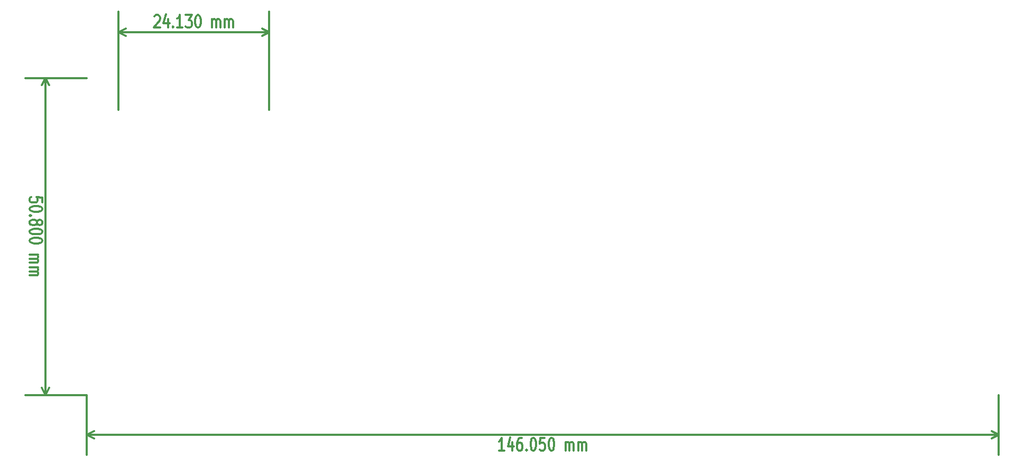
<source format=gbr>
G04 #@! TF.FileFunction,Drawing*
%FSLAX46Y46*%
G04 Gerber Fmt 4.6, Leading zero omitted, Abs format (unit mm)*
G04 Created by KiCad (PCBNEW 4.0.5+dfsg1-4) date Sun Dec 29 19:25:46 2019*
%MOMM*%
%LPD*%
G01*
G04 APERTURE LIST*
%ADD10C,0.100000*%
%ADD11C,0.304800*%
G04 APERTURE END LIST*
D10*
D11*
X67981285Y-44699162D02*
X68053856Y-44602400D01*
X68198999Y-44505638D01*
X68561856Y-44505638D01*
X68706999Y-44602400D01*
X68779570Y-44699162D01*
X68852142Y-44892686D01*
X68852142Y-45086210D01*
X68779570Y-45376495D01*
X67908713Y-46537638D01*
X68852142Y-46537638D01*
X70158428Y-45182971D02*
X70158428Y-46537638D01*
X69795571Y-44408876D02*
X69432714Y-45860305D01*
X70376142Y-45860305D01*
X70956714Y-46344114D02*
X71029286Y-46440876D01*
X70956714Y-46537638D01*
X70884143Y-46440876D01*
X70956714Y-46344114D01*
X70956714Y-46537638D01*
X72480714Y-46537638D02*
X71609857Y-46537638D01*
X72045285Y-46537638D02*
X72045285Y-44505638D01*
X71900142Y-44795924D01*
X71755000Y-44989448D01*
X71609857Y-45086210D01*
X72988714Y-44505638D02*
X73932143Y-44505638D01*
X73424143Y-45279733D01*
X73641857Y-45279733D01*
X73787000Y-45376495D01*
X73859571Y-45473257D01*
X73932143Y-45666781D01*
X73932143Y-46150590D01*
X73859571Y-46344114D01*
X73787000Y-46440876D01*
X73641857Y-46537638D01*
X73206429Y-46537638D01*
X73061286Y-46440876D01*
X72988714Y-46344114D01*
X74875572Y-44505638D02*
X75020715Y-44505638D01*
X75165858Y-44602400D01*
X75238429Y-44699162D01*
X75311000Y-44892686D01*
X75383572Y-45279733D01*
X75383572Y-45763543D01*
X75311000Y-46150590D01*
X75238429Y-46344114D01*
X75165858Y-46440876D01*
X75020715Y-46537638D01*
X74875572Y-46537638D01*
X74730429Y-46440876D01*
X74657858Y-46344114D01*
X74585286Y-46150590D01*
X74512715Y-45763543D01*
X74512715Y-45279733D01*
X74585286Y-44892686D01*
X74657858Y-44699162D01*
X74730429Y-44602400D01*
X74875572Y-44505638D01*
X77197858Y-46537638D02*
X77197858Y-45182971D01*
X77197858Y-45376495D02*
X77270430Y-45279733D01*
X77415572Y-45182971D01*
X77633287Y-45182971D01*
X77778430Y-45279733D01*
X77851001Y-45473257D01*
X77851001Y-46537638D01*
X77851001Y-45473257D02*
X77923572Y-45279733D01*
X78068715Y-45182971D01*
X78286430Y-45182971D01*
X78431572Y-45279733D01*
X78504144Y-45473257D01*
X78504144Y-46537638D01*
X79229858Y-46537638D02*
X79229858Y-45182971D01*
X79229858Y-45376495D02*
X79302430Y-45279733D01*
X79447572Y-45182971D01*
X79665287Y-45182971D01*
X79810430Y-45279733D01*
X79883001Y-45473257D01*
X79883001Y-46537638D01*
X79883001Y-45473257D02*
X79955572Y-45279733D01*
X80100715Y-45182971D01*
X80318430Y-45182971D01*
X80463572Y-45279733D01*
X80536144Y-45473257D01*
X80536144Y-46537638D01*
X62230000Y-47244000D02*
X86360000Y-47244000D01*
X62230000Y-59690000D02*
X62230000Y-43992800D01*
X86360000Y-59690000D02*
X86360000Y-43992800D01*
X86360000Y-47244000D02*
X85233496Y-47830421D01*
X86360000Y-47244000D02*
X85233496Y-46657579D01*
X62230000Y-47244000D02*
X63356504Y-47830421D01*
X62230000Y-47244000D02*
X63356504Y-46657579D01*
X124006428Y-114304838D02*
X123135571Y-114304838D01*
X123570999Y-114304838D02*
X123570999Y-112272838D01*
X123425856Y-112563124D01*
X123280714Y-112756648D01*
X123135571Y-112853410D01*
X125312714Y-112950171D02*
X125312714Y-114304838D01*
X124949857Y-112176076D02*
X124587000Y-113627505D01*
X125530428Y-113627505D01*
X126764143Y-112272838D02*
X126473857Y-112272838D01*
X126328714Y-112369600D01*
X126256143Y-112466362D01*
X126111000Y-112756648D01*
X126038429Y-113143695D01*
X126038429Y-113917790D01*
X126111000Y-114111314D01*
X126183572Y-114208076D01*
X126328714Y-114304838D01*
X126619000Y-114304838D01*
X126764143Y-114208076D01*
X126836714Y-114111314D01*
X126909286Y-113917790D01*
X126909286Y-113433981D01*
X126836714Y-113240457D01*
X126764143Y-113143695D01*
X126619000Y-113046933D01*
X126328714Y-113046933D01*
X126183572Y-113143695D01*
X126111000Y-113240457D01*
X126038429Y-113433981D01*
X127562429Y-114111314D02*
X127635001Y-114208076D01*
X127562429Y-114304838D01*
X127489858Y-114208076D01*
X127562429Y-114111314D01*
X127562429Y-114304838D01*
X128578429Y-112272838D02*
X128723572Y-112272838D01*
X128868715Y-112369600D01*
X128941286Y-112466362D01*
X129013857Y-112659886D01*
X129086429Y-113046933D01*
X129086429Y-113530743D01*
X129013857Y-113917790D01*
X128941286Y-114111314D01*
X128868715Y-114208076D01*
X128723572Y-114304838D01*
X128578429Y-114304838D01*
X128433286Y-114208076D01*
X128360715Y-114111314D01*
X128288143Y-113917790D01*
X128215572Y-113530743D01*
X128215572Y-113046933D01*
X128288143Y-112659886D01*
X128360715Y-112466362D01*
X128433286Y-112369600D01*
X128578429Y-112272838D01*
X130465286Y-112272838D02*
X129739572Y-112272838D01*
X129667001Y-113240457D01*
X129739572Y-113143695D01*
X129884715Y-113046933D01*
X130247572Y-113046933D01*
X130392715Y-113143695D01*
X130465286Y-113240457D01*
X130537858Y-113433981D01*
X130537858Y-113917790D01*
X130465286Y-114111314D01*
X130392715Y-114208076D01*
X130247572Y-114304838D01*
X129884715Y-114304838D01*
X129739572Y-114208076D01*
X129667001Y-114111314D01*
X131481287Y-112272838D02*
X131626430Y-112272838D01*
X131771573Y-112369600D01*
X131844144Y-112466362D01*
X131916715Y-112659886D01*
X131989287Y-113046933D01*
X131989287Y-113530743D01*
X131916715Y-113917790D01*
X131844144Y-114111314D01*
X131771573Y-114208076D01*
X131626430Y-114304838D01*
X131481287Y-114304838D01*
X131336144Y-114208076D01*
X131263573Y-114111314D01*
X131191001Y-113917790D01*
X131118430Y-113530743D01*
X131118430Y-113046933D01*
X131191001Y-112659886D01*
X131263573Y-112466362D01*
X131336144Y-112369600D01*
X131481287Y-112272838D01*
X133803573Y-114304838D02*
X133803573Y-112950171D01*
X133803573Y-113143695D02*
X133876145Y-113046933D01*
X134021287Y-112950171D01*
X134239002Y-112950171D01*
X134384145Y-113046933D01*
X134456716Y-113240457D01*
X134456716Y-114304838D01*
X134456716Y-113240457D02*
X134529287Y-113046933D01*
X134674430Y-112950171D01*
X134892145Y-112950171D01*
X135037287Y-113046933D01*
X135109859Y-113240457D01*
X135109859Y-114304838D01*
X135835573Y-114304838D02*
X135835573Y-112950171D01*
X135835573Y-113143695D02*
X135908145Y-113046933D01*
X136053287Y-112950171D01*
X136271002Y-112950171D01*
X136416145Y-113046933D01*
X136488716Y-113240457D01*
X136488716Y-114304838D01*
X136488716Y-113240457D02*
X136561287Y-113046933D01*
X136706430Y-112950171D01*
X136924145Y-112950171D01*
X137069287Y-113046933D01*
X137141859Y-113240457D01*
X137141859Y-114304838D01*
X57150000Y-111760000D02*
X203200000Y-111760000D01*
X57150000Y-105410000D02*
X57150000Y-115011200D01*
X203200000Y-105410000D02*
X203200000Y-115011200D01*
X203200000Y-111760000D02*
X202073496Y-112346421D01*
X203200000Y-111760000D02*
X202073496Y-111173579D01*
X57150000Y-111760000D02*
X58276504Y-112346421D01*
X57150000Y-111760000D02*
X58276504Y-111173579D01*
X50033162Y-74494570D02*
X50033162Y-73768856D01*
X49065543Y-73696285D01*
X49162305Y-73768856D01*
X49259067Y-73913999D01*
X49259067Y-74276856D01*
X49162305Y-74421999D01*
X49065543Y-74494570D01*
X48872019Y-74567142D01*
X48388210Y-74567142D01*
X48194686Y-74494570D01*
X48097924Y-74421999D01*
X48001162Y-74276856D01*
X48001162Y-73913999D01*
X48097924Y-73768856D01*
X48194686Y-73696285D01*
X50033162Y-75510571D02*
X50033162Y-75655714D01*
X49936400Y-75800857D01*
X49839638Y-75873428D01*
X49646114Y-75945999D01*
X49259067Y-76018571D01*
X48775257Y-76018571D01*
X48388210Y-75945999D01*
X48194686Y-75873428D01*
X48097924Y-75800857D01*
X48001162Y-75655714D01*
X48001162Y-75510571D01*
X48097924Y-75365428D01*
X48194686Y-75292857D01*
X48388210Y-75220285D01*
X48775257Y-75147714D01*
X49259067Y-75147714D01*
X49646114Y-75220285D01*
X49839638Y-75292857D01*
X49936400Y-75365428D01*
X50033162Y-75510571D01*
X48194686Y-76671714D02*
X48097924Y-76744286D01*
X48001162Y-76671714D01*
X48097924Y-76599143D01*
X48194686Y-76671714D01*
X48001162Y-76671714D01*
X49162305Y-77615142D02*
X49259067Y-77470000D01*
X49355829Y-77397428D01*
X49549352Y-77324857D01*
X49646114Y-77324857D01*
X49839638Y-77397428D01*
X49936400Y-77470000D01*
X50033162Y-77615142D01*
X50033162Y-77905428D01*
X49936400Y-78050571D01*
X49839638Y-78123142D01*
X49646114Y-78195714D01*
X49549352Y-78195714D01*
X49355829Y-78123142D01*
X49259067Y-78050571D01*
X49162305Y-77905428D01*
X49162305Y-77615142D01*
X49065543Y-77470000D01*
X48968781Y-77397428D01*
X48775257Y-77324857D01*
X48388210Y-77324857D01*
X48194686Y-77397428D01*
X48097924Y-77470000D01*
X48001162Y-77615142D01*
X48001162Y-77905428D01*
X48097924Y-78050571D01*
X48194686Y-78123142D01*
X48388210Y-78195714D01*
X48775257Y-78195714D01*
X48968781Y-78123142D01*
X49065543Y-78050571D01*
X49162305Y-77905428D01*
X50033162Y-79139143D02*
X50033162Y-79284286D01*
X49936400Y-79429429D01*
X49839638Y-79502000D01*
X49646114Y-79574571D01*
X49259067Y-79647143D01*
X48775257Y-79647143D01*
X48388210Y-79574571D01*
X48194686Y-79502000D01*
X48097924Y-79429429D01*
X48001162Y-79284286D01*
X48001162Y-79139143D01*
X48097924Y-78994000D01*
X48194686Y-78921429D01*
X48388210Y-78848857D01*
X48775257Y-78776286D01*
X49259067Y-78776286D01*
X49646114Y-78848857D01*
X49839638Y-78921429D01*
X49936400Y-78994000D01*
X50033162Y-79139143D01*
X50033162Y-80590572D02*
X50033162Y-80735715D01*
X49936400Y-80880858D01*
X49839638Y-80953429D01*
X49646114Y-81026000D01*
X49259067Y-81098572D01*
X48775257Y-81098572D01*
X48388210Y-81026000D01*
X48194686Y-80953429D01*
X48097924Y-80880858D01*
X48001162Y-80735715D01*
X48001162Y-80590572D01*
X48097924Y-80445429D01*
X48194686Y-80372858D01*
X48388210Y-80300286D01*
X48775257Y-80227715D01*
X49259067Y-80227715D01*
X49646114Y-80300286D01*
X49839638Y-80372858D01*
X49936400Y-80445429D01*
X50033162Y-80590572D01*
X48001162Y-82912858D02*
X49355829Y-82912858D01*
X49162305Y-82912858D02*
X49259067Y-82985430D01*
X49355829Y-83130572D01*
X49355829Y-83348287D01*
X49259067Y-83493430D01*
X49065543Y-83566001D01*
X48001162Y-83566001D01*
X49065543Y-83566001D02*
X49259067Y-83638572D01*
X49355829Y-83783715D01*
X49355829Y-84001430D01*
X49259067Y-84146572D01*
X49065543Y-84219144D01*
X48001162Y-84219144D01*
X48001162Y-84944858D02*
X49355829Y-84944858D01*
X49162305Y-84944858D02*
X49259067Y-85017430D01*
X49355829Y-85162572D01*
X49355829Y-85380287D01*
X49259067Y-85525430D01*
X49065543Y-85598001D01*
X48001162Y-85598001D01*
X49065543Y-85598001D02*
X49259067Y-85670572D01*
X49355829Y-85815715D01*
X49355829Y-86033430D01*
X49259067Y-86178572D01*
X49065543Y-86251144D01*
X48001162Y-86251144D01*
X50546000Y-54610000D02*
X50546000Y-105410000D01*
X57150000Y-54610000D02*
X47294800Y-54610000D01*
X57150000Y-105410000D02*
X47294800Y-105410000D01*
X50546000Y-105410000D02*
X49959579Y-104283496D01*
X50546000Y-105410000D02*
X51132421Y-104283496D01*
X50546000Y-54610000D02*
X49959579Y-55736504D01*
X50546000Y-54610000D02*
X51132421Y-55736504D01*
M02*

</source>
